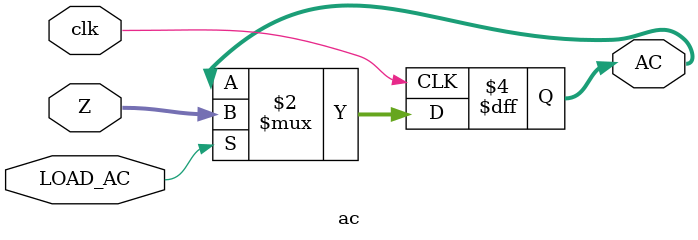
<source format=sv>


module ac(input logic signed [7:0] Z,  
				input logic clk, LOAD_AC,
				output logic signed [7:0] AC);
				
// always block? no reset

always_ff @(posedge clk)

	if(LOAD_AC) AC <= Z; //idk I'm trying to do active high for LOAD_AC and there is no reset
	//else AC <= 0;
	

endmodule 
</source>
